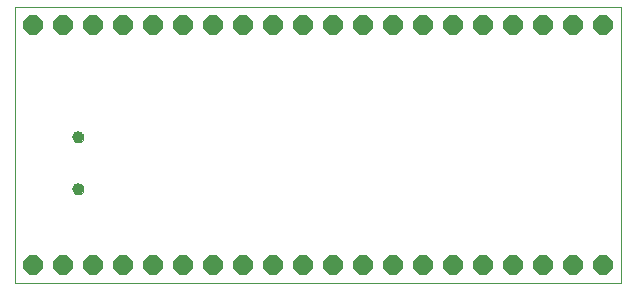
<source format=gbs>
G75*
G70*
%OFA0B0*%
%FSLAX24Y24*%
%IPPOS*%
%LPD*%
%AMOC8*
5,1,8,0,0,1.08239X$1,22.5*
%
%ADD10C,0.0000*%
%ADD11OC8,0.0640*%
%ADD12C,0.0394*%
D10*
X000350Y000158D02*
X000350Y009358D01*
X020550Y009358D01*
X020550Y000158D01*
X000350Y000158D01*
X002273Y003292D02*
X002275Y003318D01*
X002281Y003344D01*
X002291Y003369D01*
X002304Y003392D01*
X002320Y003412D01*
X002340Y003430D01*
X002362Y003445D01*
X002385Y003457D01*
X002411Y003465D01*
X002437Y003469D01*
X002463Y003469D01*
X002489Y003465D01*
X002515Y003457D01*
X002539Y003445D01*
X002560Y003430D01*
X002580Y003412D01*
X002596Y003392D01*
X002609Y003369D01*
X002619Y003344D01*
X002625Y003318D01*
X002627Y003292D01*
X002625Y003266D01*
X002619Y003240D01*
X002609Y003215D01*
X002596Y003192D01*
X002580Y003172D01*
X002560Y003154D01*
X002538Y003139D01*
X002515Y003127D01*
X002489Y003119D01*
X002463Y003115D01*
X002437Y003115D01*
X002411Y003119D01*
X002385Y003127D01*
X002361Y003139D01*
X002340Y003154D01*
X002320Y003172D01*
X002304Y003192D01*
X002291Y003215D01*
X002281Y003240D01*
X002275Y003266D01*
X002273Y003292D01*
X002273Y005024D02*
X002275Y005050D01*
X002281Y005076D01*
X002291Y005101D01*
X002304Y005124D01*
X002320Y005144D01*
X002340Y005162D01*
X002362Y005177D01*
X002385Y005189D01*
X002411Y005197D01*
X002437Y005201D01*
X002463Y005201D01*
X002489Y005197D01*
X002515Y005189D01*
X002539Y005177D01*
X002560Y005162D01*
X002580Y005144D01*
X002596Y005124D01*
X002609Y005101D01*
X002619Y005076D01*
X002625Y005050D01*
X002627Y005024D01*
X002625Y004998D01*
X002619Y004972D01*
X002609Y004947D01*
X002596Y004924D01*
X002580Y004904D01*
X002560Y004886D01*
X002538Y004871D01*
X002515Y004859D01*
X002489Y004851D01*
X002463Y004847D01*
X002437Y004847D01*
X002411Y004851D01*
X002385Y004859D01*
X002361Y004871D01*
X002340Y004886D01*
X002320Y004904D01*
X002304Y004924D01*
X002291Y004947D01*
X002281Y004972D01*
X002275Y004998D01*
X002273Y005024D01*
D11*
X001950Y008758D03*
X002950Y008758D03*
X003950Y008758D03*
X004950Y008758D03*
X005950Y008758D03*
X006950Y008758D03*
X007950Y008758D03*
X008950Y008758D03*
X009950Y008758D03*
X010950Y008758D03*
X011950Y008758D03*
X012950Y008758D03*
X013950Y008758D03*
X014950Y008758D03*
X015950Y008758D03*
X016950Y008758D03*
X017950Y008758D03*
X018950Y008758D03*
X019950Y008758D03*
X000950Y008758D03*
X000950Y000758D03*
X001950Y000758D03*
X002950Y000758D03*
X003950Y000758D03*
X004950Y000758D03*
X005950Y000758D03*
X006950Y000758D03*
X007950Y000758D03*
X008950Y000758D03*
X009950Y000758D03*
X010950Y000758D03*
X011950Y000758D03*
X012950Y000758D03*
X013950Y000758D03*
X014950Y000758D03*
X015950Y000758D03*
X016950Y000758D03*
X017950Y000758D03*
X018950Y000758D03*
X019950Y000758D03*
D12*
X002450Y003292D03*
X002450Y005024D03*
M02*

</source>
